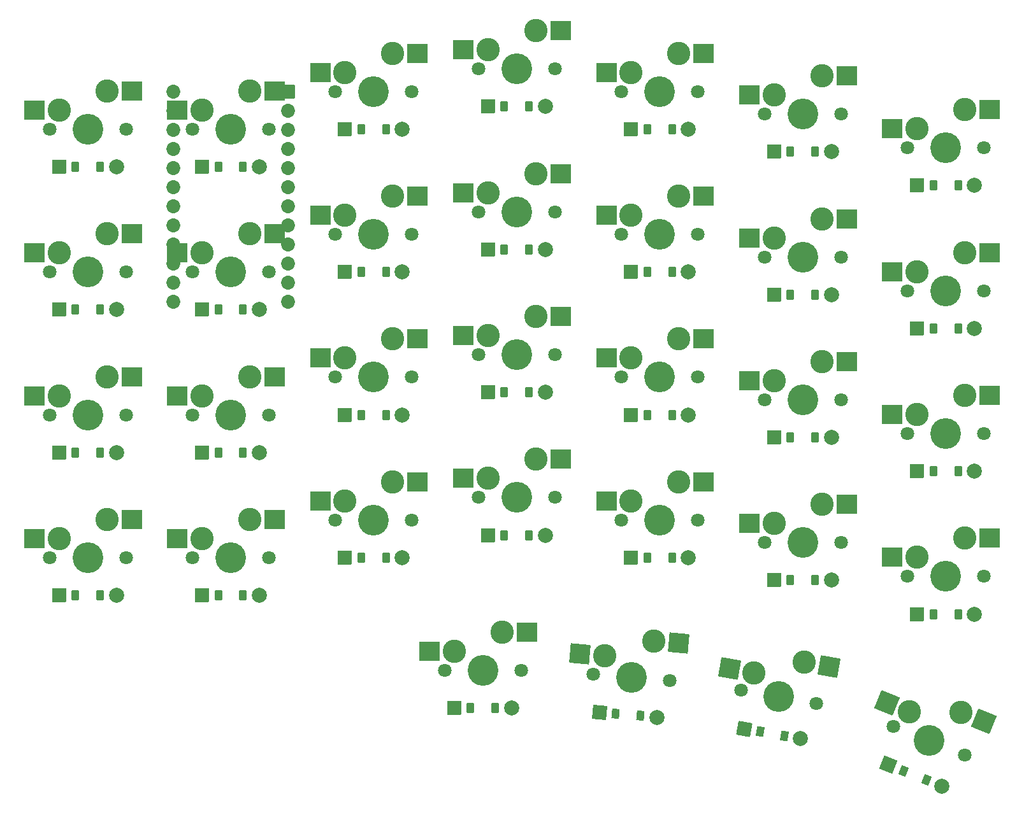
<source format=gbr>
%TF.GenerationSoftware,KiCad,Pcbnew,8.0.6*%
%TF.CreationDate,2024-11-09T22:39:55-08:00*%
%TF.ProjectId,altair,616c7461-6972-42e6-9b69-6361645f7063,v1.0.0*%
%TF.SameCoordinates,Original*%
%TF.FileFunction,Soldermask,Bot*%
%TF.FilePolarity,Negative*%
%FSLAX46Y46*%
G04 Gerber Fmt 4.6, Leading zero omitted, Abs format (unit mm)*
G04 Created by KiCad (PCBNEW 8.0.6) date 2024-11-09 22:39:55*
%MOMM*%
%LPD*%
G01*
G04 APERTURE LIST*
G04 Aperture macros list*
%AMRoundRect*
0 Rectangle with rounded corners*
0 $1 Rounding radius*
0 $2 $3 $4 $5 $6 $7 $8 $9 X,Y pos of 4 corners*
0 Add a 4 corners polygon primitive as box body*
4,1,4,$2,$3,$4,$5,$6,$7,$8,$9,$2,$3,0*
0 Add four circle primitives for the rounded corners*
1,1,$1+$1,$2,$3*
1,1,$1+$1,$4,$5*
1,1,$1+$1,$6,$7*
1,1,$1+$1,$8,$9*
0 Add four rect primitives between the rounded corners*
20,1,$1+$1,$2,$3,$4,$5,0*
20,1,$1+$1,$4,$5,$6,$7,0*
20,1,$1+$1,$6,$7,$8,$9,0*
20,1,$1+$1,$8,$9,$2,$3,0*%
G04 Aperture macros list end*
%ADD10C,4.087800*%
%ADD11C,1.801800*%
%ADD12C,3.100000*%
%ADD13RoundRect,0.050000X-1.275000X-1.250000X1.275000X-1.250000X1.275000X1.250000X-1.275000X1.250000X0*%
%ADD14RoundRect,0.050000X-1.379093X-1.134120X1.161204X-1.356367X1.379093X1.134120X-1.161204X1.356367X0*%
%ADD15RoundRect,0.050000X-1.472690X-1.009608X1.038570X-1.452411X1.472690X1.009608X-1.038570X1.452411X0*%
%ADD16RoundRect,0.050000X-1.650418X-0.681356X0.713901X-1.636603X1.650418X0.681356X-0.713901X1.636603X0*%
%ADD17RoundRect,0.050000X-0.450000X-0.600000X0.450000X-0.600000X0.450000X0.600000X-0.450000X0.600000X0*%
%ADD18RoundRect,0.050000X-0.889000X-0.889000X0.889000X-0.889000X0.889000X0.889000X-0.889000X0.889000X0*%
%ADD19C,2.005000*%
%ADD20RoundRect,0.050000X-0.500581X-0.558497X0.395994X-0.636937X0.500581X0.558497X-0.395994X0.636937X0*%
%ADD21RoundRect,0.050000X-0.963099X-0.808136X0.808136X-0.963099X0.963099X0.808136X-0.808136X0.963099X0*%
%ADD22RoundRect,0.050000X-0.547352X-0.512743X0.338975X-0.669026X0.547352X0.512743X-0.338975X0.669026X0*%
%ADD23RoundRect,0.050000X-1.029867X-0.721121X0.721121X-1.029867X1.029867X0.721121X-0.721121X1.029867X0*%
%ADD24RoundRect,0.050000X-0.641997X-0.387737X0.192469X-0.724883X0.641997X0.387737X-0.192469X0.724883X0*%
%ADD25RoundRect,0.050000X-1.157292X-0.491241X0.491241X-1.157292X1.157292X0.491241X-0.491241X1.157292X0*%
%ADD26RoundRect,0.050000X-0.876300X0.876300X-0.876300X-0.876300X0.876300X-0.876300X0.876300X0.876300X0*%
%ADD27C,1.852600*%
G04 APERTURE END LIST*
D10*
%TO.C,S1*%
X100000000Y-100000000D03*
D11*
X105080000Y-100000000D03*
X94920000Y-100000000D03*
D12*
X102540000Y-94920000D03*
X96190000Y-97460000D03*
D13*
X92915000Y-97460000D03*
X105842000Y-94920000D03*
%TD*%
D10*
%TO.C,S2*%
X100000000Y-81000000D03*
D11*
X105080000Y-81000000D03*
X94920000Y-81000000D03*
D12*
X102540000Y-75920000D03*
X96190000Y-78460000D03*
D13*
X92915000Y-78460000D03*
X105842000Y-75920000D03*
%TD*%
D10*
%TO.C,S3*%
X100000000Y-62000000D03*
D11*
X105080000Y-62000000D03*
X94920000Y-62000000D03*
D12*
X102540000Y-56920000D03*
X96190000Y-59460000D03*
D13*
X92915000Y-59460000D03*
X105842000Y-56920000D03*
%TD*%
D10*
%TO.C,S4*%
X100000000Y-43000000D03*
D11*
X105080000Y-43000000D03*
X94920000Y-43000000D03*
D12*
X102540000Y-37920000D03*
X96190000Y-40460000D03*
D13*
X92915000Y-40460000D03*
X105842000Y-37920000D03*
%TD*%
D10*
%TO.C,S5*%
X119000000Y-100000000D03*
D11*
X124080000Y-100000000D03*
X113920000Y-100000000D03*
D12*
X121540000Y-94920000D03*
X115190000Y-97460000D03*
D13*
X111915000Y-97460000D03*
X124842000Y-94920000D03*
%TD*%
D10*
%TO.C,S6*%
X119000000Y-81000000D03*
D11*
X124080000Y-81000000D03*
X113920000Y-81000000D03*
D12*
X121540000Y-75920000D03*
X115190000Y-78460000D03*
D13*
X111915000Y-78460000D03*
X124842000Y-75920000D03*
%TD*%
D10*
%TO.C,S7*%
X119000000Y-62000000D03*
D11*
X124080000Y-62000000D03*
X113920000Y-62000000D03*
D12*
X121540000Y-56920000D03*
X115190000Y-59460000D03*
D13*
X111915000Y-59460000D03*
X124842000Y-56920000D03*
%TD*%
D10*
%TO.C,S8*%
X119000000Y-43000000D03*
D11*
X124080000Y-43000000D03*
X113920000Y-43000000D03*
D12*
X121540000Y-37920000D03*
X115190000Y-40460000D03*
D13*
X111915000Y-40460000D03*
X124842000Y-37920000D03*
%TD*%
D10*
%TO.C,S9*%
X138000000Y-95000000D03*
D11*
X143080000Y-95000000D03*
X132920000Y-95000000D03*
D12*
X140540000Y-89920000D03*
X134190000Y-92460000D03*
D13*
X130915000Y-92460000D03*
X143842000Y-89920000D03*
%TD*%
D10*
%TO.C,S10*%
X138000000Y-76000000D03*
D11*
X143080000Y-76000000D03*
X132920000Y-76000000D03*
D12*
X140540000Y-70920000D03*
X134190000Y-73460000D03*
D13*
X130915000Y-73460000D03*
X143842000Y-70920000D03*
%TD*%
D10*
%TO.C,S11*%
X138000000Y-57000000D03*
D11*
X143080000Y-57000000D03*
X132920000Y-57000000D03*
D12*
X140540000Y-51920000D03*
X134190000Y-54460000D03*
D13*
X130915000Y-54460000D03*
X143842000Y-51920000D03*
%TD*%
D10*
%TO.C,S12*%
X138000000Y-38000000D03*
D11*
X143080000Y-38000000D03*
X132920000Y-38000000D03*
D12*
X140540000Y-32920000D03*
X134190000Y-35460000D03*
D13*
X130915000Y-35460000D03*
X143842000Y-32920000D03*
%TD*%
D10*
%TO.C,S13*%
X157000000Y-92000000D03*
D11*
X162080000Y-92000000D03*
X151920000Y-92000000D03*
D12*
X159540000Y-86920000D03*
X153190000Y-89460000D03*
D13*
X149915000Y-89460000D03*
X162842000Y-86920000D03*
%TD*%
D10*
%TO.C,S14*%
X157000000Y-73000000D03*
D11*
X162080000Y-73000000D03*
X151920000Y-73000000D03*
D12*
X159540000Y-67920000D03*
X153190000Y-70460000D03*
D13*
X149915000Y-70460000D03*
X162842000Y-67920000D03*
%TD*%
D10*
%TO.C,S15*%
X157000000Y-54000000D03*
D11*
X162080000Y-54000000D03*
X151920000Y-54000000D03*
D12*
X159540000Y-48920000D03*
X153190000Y-51460000D03*
D13*
X149915000Y-51460000D03*
X162842000Y-48920000D03*
%TD*%
D10*
%TO.C,S16*%
X157000000Y-35000000D03*
D11*
X162080000Y-35000000D03*
X151920000Y-35000000D03*
D12*
X159540000Y-29920000D03*
X153190000Y-32460000D03*
D13*
X149915000Y-32460000D03*
X162842000Y-29920000D03*
%TD*%
D10*
%TO.C,S17*%
X176000000Y-95000000D03*
D11*
X181080000Y-95000000D03*
X170920000Y-95000000D03*
D12*
X178540000Y-89920000D03*
X172190000Y-92460000D03*
D13*
X168915000Y-92460000D03*
X181842000Y-89920000D03*
%TD*%
D10*
%TO.C,S18*%
X176000000Y-76000000D03*
D11*
X181080000Y-76000000D03*
X170920000Y-76000000D03*
D12*
X178540000Y-70920000D03*
X172190000Y-73460000D03*
D13*
X168915000Y-73460000D03*
X181842000Y-70920000D03*
%TD*%
D10*
%TO.C,S19*%
X176000000Y-57000000D03*
D11*
X181080000Y-57000000D03*
X170920000Y-57000000D03*
D12*
X178540000Y-51920000D03*
X172190000Y-54460000D03*
D13*
X168915000Y-54460000D03*
X181842000Y-51920000D03*
%TD*%
D10*
%TO.C,S20*%
X176000000Y-38000000D03*
D11*
X181080000Y-38000000D03*
X170920000Y-38000000D03*
D12*
X178540000Y-32920000D03*
X172190000Y-35460000D03*
D13*
X168915000Y-35460000D03*
X181842000Y-32920000D03*
%TD*%
D10*
%TO.C,S21*%
X195000000Y-98000000D03*
D11*
X200080000Y-98000000D03*
X189920000Y-98000000D03*
D12*
X197540000Y-92920000D03*
X191190000Y-95460000D03*
D13*
X187915000Y-95460000D03*
X200842000Y-92920000D03*
%TD*%
D10*
%TO.C,S22*%
X195000000Y-79000000D03*
D11*
X200080000Y-79000000D03*
X189920000Y-79000000D03*
D12*
X197540000Y-73920000D03*
X191190000Y-76460000D03*
D13*
X187915000Y-76460000D03*
X200842000Y-73920000D03*
%TD*%
D10*
%TO.C,S23*%
X195000000Y-60000000D03*
D11*
X200080000Y-60000000D03*
X189920000Y-60000000D03*
D12*
X197540000Y-54920000D03*
X191190000Y-57460000D03*
D13*
X187915000Y-57460000D03*
X200842000Y-54920000D03*
%TD*%
D10*
%TO.C,S24*%
X195000000Y-41000000D03*
D11*
X200080000Y-41000000D03*
X189920000Y-41000000D03*
D12*
X197540000Y-35920000D03*
X191190000Y-38460000D03*
D13*
X187915000Y-38460000D03*
X200842000Y-35920000D03*
%TD*%
D10*
%TO.C,S25*%
X214000000Y-102500000D03*
D11*
X219080000Y-102500000D03*
X208920000Y-102500000D03*
D12*
X216540000Y-97420000D03*
X210190000Y-99960000D03*
D13*
X206915000Y-99960000D03*
X219842000Y-97420000D03*
%TD*%
D10*
%TO.C,S26*%
X214000000Y-83500000D03*
D11*
X219080000Y-83500000D03*
X208920000Y-83500000D03*
D12*
X216540000Y-78420000D03*
X210190000Y-80960000D03*
D13*
X206915000Y-80960000D03*
X219842000Y-78420000D03*
%TD*%
D10*
%TO.C,S27*%
X214000000Y-64500000D03*
D11*
X219080000Y-64500000D03*
X208920000Y-64500000D03*
D12*
X216540000Y-59420000D03*
X210190000Y-61960000D03*
D13*
X206915000Y-61960000D03*
X219842000Y-59420000D03*
%TD*%
D10*
%TO.C,S28*%
X214000000Y-45500000D03*
D11*
X219080000Y-45500000D03*
X208920000Y-45500000D03*
D12*
X216540000Y-40420000D03*
X210190000Y-42960000D03*
D13*
X206915000Y-42960000D03*
X219842000Y-40420000D03*
%TD*%
D10*
%TO.C,S29*%
X152500000Y-115000000D03*
D11*
X157580000Y-115000000D03*
X147420000Y-115000000D03*
D12*
X155040000Y-109920000D03*
X148690000Y-112460000D03*
D13*
X145415000Y-112460000D03*
X158342000Y-109920000D03*
%TD*%
D10*
%TO.C,S30*%
X172246349Y-115905805D03*
D11*
X177307018Y-116348556D03*
X167185680Y-115463054D03*
D12*
X175219435Y-111066512D03*
X168672223Y-113043407D03*
D14*
X165409685Y-112757972D03*
X178508870Y-111354300D03*
%TD*%
D10*
%TO.C,S31*%
X191844304Y-118485925D03*
D11*
X196847127Y-119368058D03*
X186841481Y-117603792D03*
D12*
X195227848Y-113924168D03*
X188533253Y-115322914D03*
D15*
X185308007Y-114754216D03*
X198479684Y-114497554D03*
%TD*%
D10*
%TO.C,S32*%
X211788038Y-124313440D03*
D11*
X216498132Y-126216441D03*
X207077944Y-122410439D03*
D12*
X216046086Y-120554847D03*
X209206968Y-120531142D03*
D16*
X206170441Y-119304305D03*
X219107648Y-121791798D03*
%TD*%
D17*
%TO.C,D1*%
X101650000Y-105000000D03*
X98350000Y-105000000D03*
D18*
X96190000Y-105000000D03*
D19*
X103810000Y-105000000D03*
%TD*%
D17*
%TO.C,D2*%
X101650000Y-86000000D03*
X98350000Y-86000000D03*
D18*
X96190000Y-86000000D03*
D19*
X103810000Y-86000000D03*
%TD*%
D17*
%TO.C,D3*%
X101650000Y-67000000D03*
X98350000Y-67000000D03*
D18*
X96190000Y-67000000D03*
D19*
X103810000Y-67000000D03*
%TD*%
D17*
%TO.C,D4*%
X101650000Y-48000000D03*
X98350000Y-48000000D03*
D18*
X96190000Y-48000000D03*
D19*
X103810000Y-48000000D03*
%TD*%
D17*
%TO.C,D5*%
X120650000Y-105000000D03*
X117350000Y-105000000D03*
D18*
X115190000Y-105000000D03*
D19*
X122810000Y-105000000D03*
%TD*%
D17*
%TO.C,D6*%
X120650000Y-86000000D03*
X117350000Y-86000000D03*
D18*
X115190000Y-86000000D03*
D19*
X122810000Y-86000000D03*
%TD*%
D17*
%TO.C,D7*%
X120650000Y-67000000D03*
X117350000Y-67000000D03*
D18*
X115190000Y-67000000D03*
D19*
X122810000Y-67000000D03*
%TD*%
D17*
%TO.C,D8*%
X120650000Y-48000000D03*
X117350000Y-48000000D03*
D18*
X115190000Y-48000000D03*
D19*
X122810000Y-48000000D03*
%TD*%
D17*
%TO.C,D9*%
X139650000Y-100000000D03*
X136350000Y-100000000D03*
D18*
X134190000Y-100000000D03*
D19*
X141810000Y-100000000D03*
%TD*%
D17*
%TO.C,D10*%
X139650000Y-81000000D03*
X136350000Y-81000000D03*
D18*
X134190000Y-81000000D03*
D19*
X141810000Y-81000000D03*
%TD*%
D17*
%TO.C,D11*%
X139650000Y-62000000D03*
X136350000Y-62000000D03*
D18*
X134190000Y-62000000D03*
D19*
X141810000Y-62000000D03*
%TD*%
D17*
%TO.C,D12*%
X139650000Y-43000000D03*
X136350000Y-43000000D03*
D18*
X134190000Y-43000000D03*
D19*
X141810000Y-43000000D03*
%TD*%
D17*
%TO.C,D13*%
X158650000Y-97000000D03*
X155350000Y-97000000D03*
D18*
X153190000Y-97000000D03*
D19*
X160810000Y-97000000D03*
%TD*%
D17*
%TO.C,D14*%
X158650000Y-78000000D03*
X155350000Y-78000000D03*
D18*
X153190000Y-78000000D03*
D19*
X160810000Y-78000000D03*
%TD*%
D17*
%TO.C,D15*%
X158650000Y-59000000D03*
X155350000Y-59000000D03*
D18*
X153190000Y-59000000D03*
D19*
X160810000Y-59000000D03*
%TD*%
D17*
%TO.C,D16*%
X158650000Y-40000000D03*
X155350000Y-40000000D03*
D18*
X153190000Y-40000000D03*
D19*
X160810000Y-40000000D03*
%TD*%
D17*
%TO.C,D17*%
X177650000Y-100000000D03*
X174350000Y-100000000D03*
D18*
X172190000Y-100000000D03*
D19*
X179810000Y-100000000D03*
%TD*%
D17*
%TO.C,D18*%
X177650000Y-81000000D03*
X174350000Y-81000000D03*
D18*
X172190000Y-81000000D03*
D19*
X179810000Y-81000000D03*
%TD*%
D17*
%TO.C,D19*%
X177650000Y-62000000D03*
X174350000Y-62000000D03*
D18*
X172190000Y-62000000D03*
D19*
X179810000Y-62000000D03*
%TD*%
D17*
%TO.C,D20*%
X177650000Y-43000000D03*
X174350000Y-43000000D03*
D18*
X172190000Y-43000000D03*
D19*
X179810000Y-43000000D03*
%TD*%
D17*
%TO.C,D21*%
X196650000Y-103000000D03*
X193350000Y-103000000D03*
D18*
X191190000Y-103000000D03*
D19*
X198810000Y-103000000D03*
%TD*%
D17*
%TO.C,D22*%
X196650000Y-84000000D03*
X193350000Y-84000000D03*
D18*
X191190000Y-84000000D03*
D19*
X198810000Y-84000000D03*
%TD*%
D17*
%TO.C,D23*%
X196650000Y-65000000D03*
X193350000Y-65000000D03*
D18*
X191190000Y-65000000D03*
D19*
X198810000Y-65000000D03*
%TD*%
D17*
%TO.C,D24*%
X196650000Y-46000000D03*
X193350000Y-46000000D03*
D18*
X191190000Y-46000000D03*
D19*
X198810000Y-46000000D03*
%TD*%
D17*
%TO.C,D25*%
X215650000Y-107500000D03*
X212350000Y-107500000D03*
D18*
X210190000Y-107500000D03*
D19*
X217810000Y-107500000D03*
%TD*%
D17*
%TO.C,D26*%
X215650000Y-88500000D03*
X212350000Y-88500000D03*
D18*
X210190000Y-88500000D03*
D19*
X217810000Y-88500000D03*
%TD*%
D17*
%TO.C,D27*%
X215650000Y-69500000D03*
X212350000Y-69500000D03*
D18*
X210190000Y-69500000D03*
D19*
X217810000Y-69500000D03*
%TD*%
D17*
%TO.C,D28*%
X215650000Y-50500000D03*
X212350000Y-50500000D03*
D18*
X210190000Y-50500000D03*
D19*
X217810000Y-50500000D03*
%TD*%
D17*
%TO.C,D29*%
X154150000Y-120000000D03*
X150850000Y-120000000D03*
D18*
X148690000Y-120000000D03*
D19*
X156310000Y-120000000D03*
%TD*%
D20*
%TO.C,D30*%
X173454291Y-121030586D03*
X170166849Y-120742972D03*
D21*
X168015068Y-120554716D03*
D19*
X175606072Y-121218842D03*
%TD*%
D22*
%TO.C,D31*%
X192600996Y-123696483D03*
X189351130Y-123123445D03*
D23*
X187223945Y-122748364D03*
D19*
X194728181Y-124071564D03*
%TD*%
D24*
%TO.C,D32*%
X211444858Y-129567460D03*
X208385152Y-128331258D03*
D25*
X206382435Y-127522108D03*
D19*
X213447575Y-130376610D03*
%TD*%
D26*
%TO.C,MCU1*%
X126620000Y-38030000D03*
D27*
X126620000Y-40570000D03*
X126620000Y-43110000D03*
X126620000Y-45650000D03*
X126620000Y-48190000D03*
X126620000Y-50730000D03*
X126620000Y-53270000D03*
X126620000Y-55810000D03*
X126620000Y-58350000D03*
X126620000Y-60890000D03*
X126620000Y-63430000D03*
X126620000Y-65970000D03*
X111380000Y-38030000D03*
X111380000Y-40570000D03*
X111380000Y-43110000D03*
X111380000Y-45650000D03*
X111380000Y-48190000D03*
X111380000Y-50730000D03*
X111380000Y-53270000D03*
X111380000Y-55810000D03*
X111380000Y-58350000D03*
X111380000Y-60890000D03*
X111380000Y-63430000D03*
X111380000Y-65970000D03*
%TD*%
M02*

</source>
